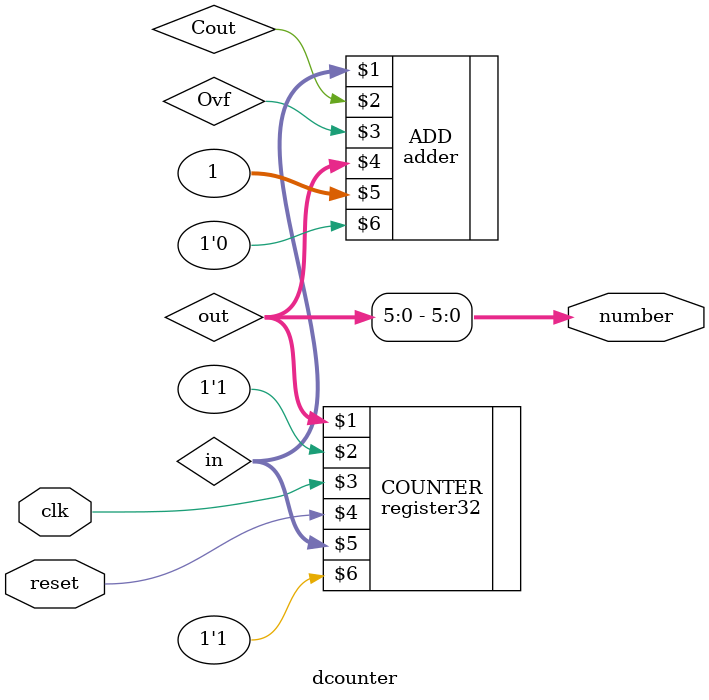
<source format=v>
module dcounter(number, clk, reset);
	input clk, reset;
	output [5:0] number;

	wire [31:0] in, out;
	wire Ovf, Cout;

	register32 COUNTER(out, 1'b1, clk, reset, in, 1'b1);

	adder ADD(in, Cout, Ovf, out, 1, 1'b0);

	assign number = out[5:0];

endmodule

</source>
